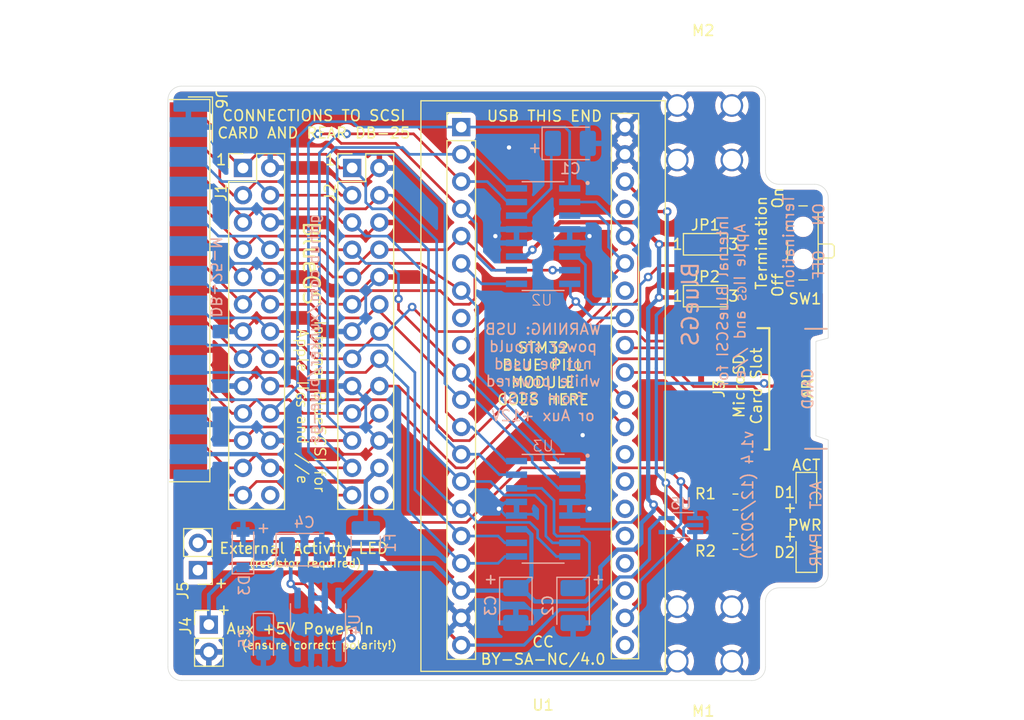
<source format=kicad_pcb>
(kicad_pcb (version 20211014) (generator pcbnew)
  (layers (0 "F.Cu" signal) (31 "B.Cu" signal) (34 "B.Paste" user) (35 "F.Paste" user) (36 "B.SilkS" user "B.Silkscreen") (37 "F.SilkS" user "F.Silkscreen") (38 "B.Mask" user) (39 "F.Mask" user) (44 "Edge.Cuts" user))
  (net 0 "")
  (net 12 "+5V")
  (net 13 "GND")
  (net 14 "/SCSI_DB4")
  (net 15 "/SCSI_DB2")
  (net 16 "/SCSI_DB1")
  (net 17 "/SCSI_DBP")
  (net 18 "/SCSI_SEL")
  (net 19 "/SCSI_ATN")
  (net 20 "/SCSI_C_D")
  (net 21 "/SCSI_DB7")
  (net 22 "/SCSI_DB6")
  (net 23 "/SCSI_DB5")
  (net 24 "/SCSI_DB3")
  (net 25 "/SCSI_DB0")
  (net 26 "/SCSI_BSY")
  (net 27 "/SCSI_ACK")
  (net 28 "/SCSI_RST")
  (net 29 "/SCSI_I_O")
  (net 30 "/SCSI_MSG")
  (net 31 "/SCSI_REQ")
  (net 32 "/SD_MISO")
  (net 33 "/SD_CSK")
  (net 34 "+3V3")
  (net 35 "/SD_MOSI")
  (net 36 "/SD_CS")
  (net 39 "Net-(D2-Pad2)")
  (net 40 "Net-(C1-Pad1)")
  (net 41 "Net-(C2-Pad1)")
  (net 42 "/TERM_DISC")
  (net 43 "Net-(D1-Pad1)")
  (net 44 "/DEBUG_RX")
  (net 45 "/DEBUG_TX")
  (net 46 "/+5V_AUX")
  (net 47 "Net-(C5-Pad1)")
  (net 48 "/TERM_EN")
  (net 49 "/TERM_DIS")
  (net 50 "/DISK_ACT")
  (net 51 "/SCSI_TERMPWR")
  (net 52 "Net-(D1-Pad2)")
  (footprint "my library:YAAJ_BluePill_2" (layer "F.Cu") (at 152.4 50.8)
    (fp_text reference "U1")
    (fp_text value "YAAJ_BluePill" hide)
  )
  (footprint "Button_Switch_SMD:SW_SPDT_PCM12" (layer "F.Cu") (at 183.896 61.595 90)
    (fp_text reference "SW1")
    (fp_text value "SW_SPDT")
  )
  (footprint "Resistor_SMD:R_0805_2012Metric_Pad1.20x1.40mm_HandSolder" (layer "F.Cu") (at 177.927 89.408 180)
    (fp_text reference "R2")
    (fp_text value "1K")
  )
  (footprint "LED_SMD:LED_0805_2012Metric_Pad1.15x1.40mm_HandSolder" (layer "F.Cu") (at 184.531 84.836 -90)
    (fp_text reference "D1")
    (fp_text value "LED")
  )
  (footprint "Jumper:SolderJumper-3_P1.3mm_Open_Pad1.0x1.5mm_NumberLabels" (layer "F.Cu") (at 175.133 66.548)
    (fp_text reference "JP2")
    (fp_text value "Jumper_3_Open")
  )
  (footprint "Jumper:SolderJumper-3_P1.3mm_Open_Pad1.0x1.5mm_NumberLabels" (layer "F.Cu") (at 175.133 61.722)
    (fp_text reference "JP1")
    (fp_text value "Jumper_3_Open")
  )
  (footprint "Resistor_SMD:R_0805_2012Metric_Pad1.20x1.40mm_HandSolder" (layer "F.Cu") (at 177.927 85.725)
    (fp_text reference "R1")
    (fp_text value "100")
  )
  (footprint "Connector_PinHeader_2.54mm:PinHeader_2x13_P2.54mm_Vertical" (layer "F.Cu") (at 132.08 54.61)
    (fp_text reference "J1")
    (fp_text value "Conn_02x13_Odd_Even")
  )
  (footprint "Connector_PinHeader_2.54mm:PinHeader_2x13_P2.54mm_Vertical" (layer "F.Cu") (at 142.24 54.61)
    (fp_text reference "J2")
    (fp_text value "Conn_02x13_Odd_Even")
  )
  (footprint "Connector_PinHeader_2.54mm:PinHeader_1x02_P2.54mm_Vertical" (layer "F.Cu") (at 128.905 97.155)
    (fp_text reference "J4")
    (fp_text value "Conn_01x02_Male")
  )
  (footprint "Connector_PinHeader_2.54mm:PinHeader_1x02_P2.54mm_Vertical" (layer "F.Cu") (at 127.889 92.075 180)
    (fp_text reference "J5")
    (fp_text value "Conn_01x02_Male")
  )
  (footprint "my library:keystone-7774" (layer "F.Cu") (at 180.771 100.561 180)
    (fp_text reference "M1")
    (fp_text value "Screw_Terminal_01x01")
  )
  (footprint "my library:keystone-7774" (layer "F.Cu") (at 180.771 53.871 180)
    (fp_text reference "M2")
    (fp_text value "Screw_Terminal_01x01")
  )
  (footprint "LED_SMD:LED_0805_2012Metric_Pad1.15x1.40mm_HandSolder" (layer "F.Cu") (at 184.531 90.424 90)
    (fp_text reference "D2")
    (fp_text value "LED")
  )
  (footprint "Molex 105162-0001:105162-0001" (layer "F.Cu") (at 174.625 75.184 90)
    (fp_text reference "J3")
    (fp_text value "105162-0001")
  )
  (footprint "Connector_Dsub:DSUB-25_Male_EdgeMount_P2.77mm" (layer "F.Cu") (at 127 66.04 -90)
    (fp_text reference "J6")
    (fp_text value "DB25_Male")
  )
  (footprint "Capacitor_Tantalum_SMD:CP_EIA-3528-21_Kemet-B_Pad1.50x2.35mm_HandSolder" (layer "B.Cu") (at 162.56 52.324)
    (fp_text reference "C1")
    (fp_text value "2.2uF, 6.3v")
  )
  (footprint "my library:SOIC127P600X175-16N" (layer "B.Cu") (at 160.02 86.36 180)
    (fp_text reference "U3")
    (fp_text value "UC560x, UCC56xx")
  )
  (footprint "Capacitor_Tantalum_SMD:CP_EIA-3528-21_Kemet-B_Pad1.50x2.35mm_HandSolder" (layer "B.Cu") (at 157.48 95.377 -90)
    (fp_text reference "C3")
    (fp_text value "4.7uF, 6.3v")
  )
  (footprint "Capacitor_Tantalum_SMD:CP_EIA-3528-21_Kemet-B_Pad1.50x2.35mm_HandSolder" (layer "B.Cu") (at 162.814 95.377 -90)
    (fp_text reference "C2")
    (fp_text value "2.2uF, 6.3v")
  )
  (footprint "my library:SOIC127P600X175-16N" (layer "B.Cu") (at 160.02 60.96 180)
    (fp_text reference "U2")
    (fp_text value "UC560x, UCC56xx")
  )
  (footprint "Fuse:Fuse_1210_3225Metric" (layer "B.Cu") (at 143.51 89.535 90)
    (fp_text reference "F1")
    (fp_text value "Fuse")
  )
  (footprint "Package_TO_SOT_SMD:SOT-353_SC-70-5_Handsoldering" (layer "B.Cu") (at 172.847 87.884 180)
    (fp_text reference "U5")
    (fp_text value "NL17SZ07DFT2G")
  )
  (footprint "Capacitor_Tantalum_SMD:CP_EIA-3528-21_Kemet-B_Pad1.50x2.35mm_HandSolder" (layer "B.Cu") (at 137.795 90.17)
    (fp_text reference "C4")
    (fp_text value "1uF")
  )
  (footprint "Diode_SMD:D_SOD-123" (layer "B.Cu") (at 132.08 90.17 90)
    (fp_text reference "D3")
    (fp_text value "Zener 5.6v")
  )
  (footprint "Capacitor_Tantalum_SMD:CP_EIA-3216-10_Kemet-I" (layer "B.Cu") (at 133.985 98.425 -90)
    (fp_text reference "C5")
    (fp_text value "0.1uF")
  )
  (footprint "Package_SO:SOIC-8_3.9x4.9mm_P1.27mm" (layer "B.Cu") (at 139.065 97.155 90)
    (fp_text reference "U4")
    (fp_text value "UCC3916")
  )
  (gr_line (start 184.404 69.596) (end 186.436 69.596) (layer "B.SilkS") (width 0.15))
  (gr_line (start 184.404 80.772) (end 186.436 80.772) (layer "B.SilkS") (width 0.15))
  (gr_line (start 184.404 80.772) (end 186.436 80.772) (layer "F.SilkS") (width 0.15))
  (gr_line (start 184.404 69.596) (end 186.436 69.596) (layer "F.SilkS") (width 0.15))
  (gr_line (start 186.563 79.9465) (end 186.563 92.456) (layer "Edge.Cuts") (width 0.05))
  (gr_line (start 125.095 101.092) (end 125.095 48.26) (layer "Edge.Cuts") (width 0.05))
  (gr_line (start 181.991 56.134) (end 185.293 56.134) (layer "Edge.Cuts") (width 0.05))
  (gr_line (start 180.721 94.996) (end 180.721 101.092) (layer "Edge.Cuts") (width 0.05))
  (gr_arc (start 185.293 56.134) (mid 186.191026 56.505974) (end 186.563 57.404) (layer "Edge.Cuts") (width 0.05))
  (gr_arc (start 186.563 92.456) (mid 186.191026 93.354026) (end 185.293 93.726) (layer "Edge.Cuts") (width 0.05))
  (gr_arc (start 181.991 56.134) (mid 181.092974 55.762026) (end 180.721 54.864) (layer "Edge.Cuts") (width 0.05))
  (gr_line (start 180.721 48.26) (end 180.721 54.864) (layer "Edge.Cuts") (width 0.05))
  (gr_arc (start 180.721 94.996) (mid 181.092974 94.097974) (end 181.991 93.726) (layer "Edge.Cuts") (width 0.05))
  (gr_line (start 181.991 93.726) (end 185.293 93.726) (layer "Edge.Cuts") (width 0.05))
  (gr_line (start 126.365 46.99) (end 179.451 46.99) (layer "Edge.Cuts") (width 0.05))
  (gr_line (start 179.451 102.362) (end 126.365 102.362) (layer "Edge.Cuts") (width 0.05))
  (gr_arc (start 126.365 102.362) (mid 125.466974 101.990026) (end 125.095 101.092) (layer "Edge.Cuts") (width 0.05))
  (gr_line (start 185.42 70.7644) (end 185.42 79.5655) (layer "Edge.Cuts") (width 0.05))
  (gr_arc (start 180.721 101.092) (mid 180.349026 101.990026) (end 179.451 102.362) (layer "Edge.Cuts") (width 0.05))
  (gr_arc (start 125.095 48.26) (mid 125.466974 47.361974) (end 126.365 46.99) (layer "Edge.Cuts") (width 0.05))
  (gr_line (start 186.563 57.404) (end 186.563 70.4596) (layer "Edge.Cuts") (width 0.05))
  (gr_line (start 185.42 70.7644) (end 186.563 70.4596) (layer "Edge.Cuts") (width 0.05))
  (gr_arc (start 179.451 46.99) (mid 180.349026 47.361974) (end 180.721 48.26) (layer "Edge.Cuts") (width 0.05))
  (gr_line (start 186.563 79.9465) (end 185.42 79.5655) (layer "Edge.Cuts") (width 0.05))
  (gr_text "ACT" (at 185.42 85.09 90) (layer "B.SilkS") (effects (font (size 1 1)) (justify mirror)))
  (gr_text "PWR" (at 185.42 90.17 90) (layer "B.SilkS") (effects (font (size 1 1)) (justify mirror)))
  (gr_text "ON   OFF" (at 185.674 61.468 90) (layer "B.SilkS") (effects (font (size 1 1)) (justify mirror)))
  (gr_text "github.com/xunker/blue-gs" (at 138.684 69.596 90) (layer "B.SilkS") (effects (font (size 1 1)) (justify mirror)))
  (gr_text "Internal BlueSCSI for\nApple II   and //e" (at 177.546 67.056 90) (layer "B.SilkS") (effects (font (size 1 1)) (justify mirror)))
  (gr_text "+" (at 133.985 88.265 -180) (layer "B.SilkS") (effects (font (size 1 1)) (justify mirror)))
  (gr_text "CARD" (at 184.658 75.184 90) (layer "B.SilkS") (effects (font (size 1 1)) (justify mirror)))
  (gr_text "Termination" (at 182.88 61.468 90) (layer "B.SilkS") (effects (font (size 1 1)) (justify mirror)))
  (gr_text "BlueGS" (at 173.736 67.31 90) (layer "B.SilkS") (effects (font (size 1.5 1.5) (thickness 0.2)) (justify mirror)))
  (gr_text "DB-25-M" (at 129.54 64.77 270) (layer "B.SilkS") (effects (font (size 1 1)) (justify mirror)))
  (gr_text "+" (at 159.258 52.705) (layer "B.SilkS") (effects (font (size 1 1)) (justify mirror)))
  (gr_text "+" (at 155.067 92.964 90) (layer "B.SilkS") (effects (font (size 1 1)) (justify mirror)))
  (gr_text "+" (at 165.1 92.964 90) (layer "B.SilkS") (effects (font (size 1 1)) (justify mirror)))
  (gr_text "GS" (at 178.562 66.294 -270) (layer "B.SilkS") (effects (font (size 0.75 0.75) (thickness 0.125)) (justify mirror)))
  (gr_text "WARNING: USB\npower should\nnot be used\nwhile powered\nfrom SCSI\nor Aux +12V" (at 160.02 73.66) (layer "B.SilkS") (effects (font (size 1 1)) (justify mirror)))
  (gr_text "v1.4 (12/2022)" (at 179.07 85.09 90) (layer "B.SilkS") (effects (font (size 1 1)) (justify mirror)))
  (gr_text "Aux +5V Power In" (at 137.414 97.536) (layer "F.SilkS") (effects (font (size 1 1))))
  (gr_text "BlueGS" (at 138.43 63.5 270) (layer "F.SilkS") (effects (font (size 1.5 1.5) (thickness 0.2))))
  (gr_text "+" (at 130.048 93.405 180) (layer "F.SilkS") (effects (font (size 1 1))))
  (gr_text "Internal BlueSCSI for\nApple II   and //e\n" (at 138.43 76.835 270) (layer "F.SilkS") (effects (font (size 1 1) (thickness 0.125))))
  (gr_text "PWR" (at 186.055 87.884) (layer "F.SilkS") (effects (font (size 1 1)) (justify right)))
  (gr_text "External Activity LED" (at 129.794 90.043) (layer "F.SilkS") (effects (font (size 1 1)) (justify left)))
  (gr_text "+" (at 183.007 88.9) (layer "F.SilkS") (effects (font (size 1 1))))
  (gr_text "MicroSD\nCard Slot" (at 179.07 74.93 90) (layer "F.SilkS") (effects (font (size 1 1))))
  (gr_text "CARD" (at 184.658 75.184 90) (layer "F.SilkS") (effects (font (size 1 1))))
  (gr_text "CONNECTIONS TO SCSI\nCARD AND REAR DB-25" (at 138.684 50.546) (layer "F.SilkS") (effects (font (size 1 1))))
  (gr_text "On" (at 181.864 57.404 90) (layer "F.SilkS") (effects (font (size 1 1))))
  (gr_text "Termination" (at 180.34 61.595 90) (layer "F.SilkS") (effects (font (size 1 1))))
  (gr_text "STM32\nBLUE PILL\nMODULE\nGOES HERE" (at 160.02 73.787) (layer "F.SilkS") (effects (font (size 1 1))))
  (gr_text "USB THIS END" (at 160.147 49.784) (layer "F.SilkS") (effects (font (size 1 1))))
  (gr_text "CC\nBY-SA-NC/4.0" (at 160.02 99.568) (layer "F.SilkS") (effects (font (size 1 1))))
  (gr_text "(resistor required)" (at 132.588 91.44) (layer "F.SilkS") (effects (font (size 0.75 0.75) (thickness 0.125)) (justify left)))
  (gr_text "+" (at 130.302 95.885 180) (layer "F.SilkS") (effects (font (size 1 1))))
  (gr_text "+" (at 183.007 86.233) (layer "F.SilkS") (effects (font (size 1 1))))
  (gr_text "1" (at 130.048 53.848) (layer "F.SilkS") (effects (font (size 1 1))))
  (gr_text "GS" (at 137.414 76.2 270) (layer "F.SilkS") (effects (font (size 0.75 0.75) (thickness 0.125))))
  (gr_text "(ensure correct polarity!)" (at 139.192 99.06) (layer "F.SilkS") (effects (font (size 0.75 0.75) (thickness 0.125))))
  (gr_text "ACT" (at 185.928 82.296) (layer "F.SilkS") (effects (font (size 1 1)) (justify right)))
  (gr_text "1" (at 140.208 53.848) (layer "F.SilkS") (effects (font (size 1 1))))
  (gr_text "Off" (at 181.864 65.532 90) (layer "F.SilkS") (effects (font (size 1 1))))
  (segment (start 173.736 89.408) (end 170.307 85.979) (width 0.4) (layer "F.Cu") (net 12))
  (segment (start 159.02532 62.233641) (end 161.58796 59.671001) (width 0.4) (layer "F.Cu") (net 12))
  (segment (start 176.927 89.408) (end 173.736 89.408) (width 0.4) (layer "F.Cu") (net 12))
  (segment (start 161.58796 59.671001) (end 168.764001 59.671001) (width 0.4) (layer "F.Cu") (net 12))
  (segment (start 168.764001 59.671001) (end 170.815 61.722) (width 0.4) (layer "F.Cu") (net 12))
  (segment (start 173.579 66.675) (end 170.814998 66.675) (width 0.4) (layer "F.Cu") (net 12))
  (segment (start 173.833 61.722) (end 170.815 61.722) (width 0.4) (layer "F.Cu") (net 12))
  (segment (start 173.833 66.421) (end 173.579 66.675) (width 0.4) (layer "F.Cu") (net 12))
  (via (at 170.815 61.722) (size 0.8) (drill 0.4) (layers "F.Cu" "B.Cu") (net 12))
  (via (at 170.307 85.979) (size 0.8) (drill 0.4) (layers "F.Cu" "B.Cu") (net 12))
  (via (at 159.02532 62.233641) (size 0.8) (drill 0.4) (layers "F.Cu" "B.Cu") (net 12))
  (via (at 170.814998 66.675) (size 0.8) (drill 0.4) (layers "F.Cu" "B.Cu") (net 12))
  (segment (start 149.86 91.44) (end 152.4 93.98) (width 0.4) (layer "B.Cu") (net 12))
  (segment (start 143.51 92.14) (end 143.51 90.935) (width 0.4) (layer "B.Cu") (net 12))
  (segment (start 143.51 90.805) (end 144.145 90.805) (width 0.4) (layer "B.Cu") (net 12))
  (segment (start 157.545 88.265) (end 158.4265 88.265) (width 0.4) (layer "B.Cu") (net 12))
  (segment (start 157.545 62.865) (end 158.393961 62.865) (width 0.4) (layer "B.Cu") (net 12))
  (segment (start 165.354 93.599) (end 165.354 91.7879) (width 0.4) (layer "B.Cu") (net 12))
  (segment (start 169.164 89.535) (end 169.164 87.687685) (width 0.4) (layer "B.Cu") (net 12))
  (segment (start 157.48 93.752) (end 158.014 93.752) (width 0.4) (layer "B.Cu") (net 12))
  (segment (start 144.78 91.44) (end 149.86 91.44) (width 0.4) (layer "B.Cu") (net 12))
  (segment (start 158.929511 88.768011) (end 158.929511 92.784489) (width 0.4) (layer "B.Cu") (net 12))
  (segment (start 158.929511 92.784489) (end 157.734 93.98) (width 0.4) (layer "B.Cu") (net 12))
  (segment (start 169.799 85.471) (end 170.307 85.979) (width 0.4) (layer "B.Cu") (net 12))
  (segment (start 166.9719 90.17) (end 168.529 90.17) (width 0.4) (layer "B.Cu") (net 12))
  (segment (start 157.734 93.98) (end 152.4 93.98) (width 0.4) (layer "B.Cu") (net 12))
  (segment (start 158.393961 62.865) (end 159.02532 62.233641) (width 0.4) (layer "B.Cu") (net 12))
  (segment (start 158.014 93.752) (end 159.258 94.996) (width 0.4) (layer "B.Cu") (net 12))
  (segment (start 163.957 94.996) (end 165.354 93.599) (width 0.4) (layer "B.Cu") (net 12))
  (segment (start 165.354 91.7879) (end 166.9719 90.17) (width 0.4) (layer "B.Cu") (net 12))
  (segment (start 170.814998 61.722002) (end 170.815 61.722) (width 0.4) (layer "B.Cu") (net 12))
  (segment (start 140.97 94.68) (end 143.51 92.14) (width 0.4) (layer "B.Cu") (net 12))
  (segment (start 159.258 94.996) (end 163.957 94.996) (width 0.4) (layer "B.Cu") (net 12))
  (segment (start 144.145 90.805) (end 144.78 91.44) (width 0.4) (layer "B.Cu") (net 12))
  (segment (start 169.164 87.687685) (end 170.307 86.544685) (width 0.4) (layer "B.Cu") (net 12))
  (segment (start 158.4265 88.265) (end 158.929511 88.768011) (width 0.4) (layer "B.Cu") (net 12))
  (segment (start 170.307 86.544685) (end 170.307 85.979) (width 0.4) (layer "B.Cu") (net 12))
  (segment (start 169.799 67.690998) (end 169.799 85.471) (width 0.4) (layer "B.Cu") (net 12))
  (segment (start 170.814998 66.675) (end 170.814998 61.722002) (width 0.4) (layer "B.Cu") (net 12))
  (segment (start 170.814998 66.675) (end 169.799 67.690998) (width 0.4) (layer "B.Cu") (net 12))
  (segment (start 168.529 90.17) (end 169.164 89.535) (width 0.4) (layer "B.Cu") (net 12))
  (segment (start 134.62 64.77) (end 138.938 64.77) (width 0.25) (layer "F.Cu") (net 13))
  (segment (start 143.002 66.04) (end 144.272 64.77) (width 0.25) (layer "F.Cu") (net 13))
  (segment (start 138.938 64.77) (end 140.208 66.04) (width 0.25) (layer "F.Cu") (net 13))
  (segment (start 140.208 66.04) (end 143.002 66.04) (width 0.25) (layer "F.Cu") (net 13))
  (segment (start 144.272 64.77) (end 144.78 64.77) (width 0.25) (layer "F.Cu") (net 13))
  (segment (start 134.62 54.61) (end 139.954 54.61) (width 0.25) (layer "F.Cu") (net 13))
  (segment (start 139.954 54.61) (end 141.224 55.88) (width 0.25) (layer "F.Cu") (net 13))
  (segment (start 141.224 55.88) (end 143.51 55.88) (width 0.25) (layer "F.Cu") (net 13))
  (segment (start 143.51 55.88) (end 144.78 54.61) (width 0.25) (layer "F.Cu") (net 13))
  (segment (start 132.08 69.85) (end 133.35 68.58) (width 0.25) (layer "F.Cu") (net 13))
  (segment (start 138.176 68.58) (end 139.446 69.85) (width 0.25) (layer "F.Cu") (net 13))
  (segment (start 133.35 68.58) (end 138.176 68.58) (width 0.25) (layer "F.Cu") (net 13))
  (segment (start 139.446 69.85) (end 142.24 69.85) (width 0.25) (layer "F.Cu") (net 13))
  (segment (start 142.24 74.93) (end 138.176 74.93) (width 0.25) (layer "F.Cu") (net 13))
  (segment (start 138.176 74.93) (end 136.906 73.66) (width 0.25) (layer "F.Cu") (net 13))
  (segment (start 136.906 73.66) (end 133.35 73.66) (width 0.25) (layer "F.Cu") (net 13))
  (segment (start 133.35 73.66) (end 132.08 74.93) (width 0.25) (layer "F.Cu") (net 13))
  (segment (start 134.62 80.01) (end 135.636 80.01) (width 0.25) (layer "F.Cu") (net 13))
  (segment (start 135.636 80.01) (end 136.906 81.28) (width 0.25) (layer "F.Cu") (net 13))
  (segment (start 136.906 81.28) (end 143.51 81.28) (width 0.25) (layer "F.Cu") (net 13))
  (segment (start 143.51 81.28) (end 144.78 80.01) (width 0.25) (layer "F.Cu") (net 13))
  (segment (start 134.62 59.69) (end 139.954 59.69) (width 0.25) (layer "F.Cu") (net 13))
  (segment (start 141.224 60.96) (end 143.51 60.96) (width 0.25) (layer "F.Cu") (net 13))
  (segment (start 139.954 59.69) (end 141.224 60.96) (width 0.25) (layer "F.Cu") (net 13))
  (segment (start 143.51 60.96) (end 144.78 59.69) (width 0.25) (layer "F.Cu") (net 13))
  (segment (start 131.445 69.85) (end 130.175 68.58) (width 0.25) (layer "F.Cu") (net 13))
  (segment (start 130.175 68.58) (end 130.175 67.31) (width 0.25) (layer "F.Cu") (net 13))
  (segment (start 130.175 67.31) (end 128.905 66.04) (width 0.25) (layer "F.Cu") (net 13))
  (segment (start 132.08 69.85) (end 131.445 69.85) (width 0.25) (layer "F.Cu") (net 13))
  (segment (start 128.905 66.04) (end 127 66.04) (width 0.25) (layer "F.Cu") (net 13))
  (via (at 164.338 86.36) (size 0.8) (drill 0.4) (layers "F.Cu" "B.Cu") (net 13))
  (via (at 156.845 52.705) (size 0.8) (drill 0.4) (layers "F.Cu" "B.Cu") (net 13))
  (via (at 164.338 60.96) (size 0.8) (drill 0.4) (layers "F.Cu" "B.Cu") (net 13))
  (via (at 155.575 60.96) (size 0.8) (drill 0.4) (layers "F.Cu" "B.Cu") (net 13))
  (via (at 155.9052 86.36) (size 0.8) (drill 0.4) (layers "F.Cu" "B.Cu") (net 13))
  (via (at 163.703 79.502) (size 0.8) (drill 0.4) (layers "F.Cu" "B.Cu") (net 13))
  (segment (start 142.24 74.93) (end 143.51 76.2) (width 0.25) (layer "B.Cu") (net 13))
  (segment (start 143.51 76.2) (end 143.51 78.74) (width 0.25) (layer "B.Cu") (net 13))
  (segment (start 143.51 78.74) (end 144.78 80.01) (width 0.25) (layer "B.Cu") (net 13))
  (segment (start 144.78 64.77) (end 143.51 66.04) (width 0.25) (layer "B.Cu") (net 13))
  (segment (start 143.51 66.04) (end 143.51 68.58) (width 0.25) (layer "B.Cu") (net 13))
  (segment (start 134.62 80.01) (end 133.35 78.74) (width 0.25) (layer "B.Cu") (net 13))
  (segment (start 143.51 68.58) (end 143.4465 68.6435) (width 0.25) (layer "B.Cu") (net 13))
  (segment (start 157.545 60.325) (end 162.495 60.325) (width 0.25) (layer "B.Cu") (net 13))
  (segment (start 130.175 78.74) (end 129.94 78.505) (width 0.25) (layer "B.Cu") (net 13))
  (segment (start 129.54 62.23) (end 127.345 62.23) (width 0.25) (layer "B.Cu") (net 13))
  (segment (start 157.545 86.995) (end 156.5402 86.995) (width 0.25) (layer "B.Cu") (net 13))
  (segment (start 127.345 62.23) (end 127 61.885) (width 0.25) (layer "B.Cu") (net 13))
  (segment (start 157.545 85.725) (end 156.5402 85.725) (width 0.25) (layer "B.Cu") (net 13))
  (segment (start 130.175 58.42) (end 130.175 57.15) (width 0.25) (layer "B.Cu") (net 13))
  (segment (start 134.62 59.69) (end 133.35 58.42) (width 0.25) (layer "B.Cu") (net 13))
  (segment (start 143.4465 68.6435) (end 142.24 69.85) (width 0.25) (layer "B.Cu") (net 13))
  (segment (start 156.5402 86.995) (end 155.9052 86.36) (width 0.25) (layer "B.Cu") (net 13))
  (segment (start 133.35 78.74) (end 130.175 78.74) (width 0.25) (layer "B.Cu") (net 13))
  (segment (start 134.62 64.77) (end 133.35 63.5) (width 0.25) (layer "B.Cu") (net 13))
  (segment (start 130.175 57.15) (end 129.37 56.345) (width 0.25) (layer "B.Cu") (net 13))
  (segment (start 157.545 85.725) (end 157.545 86.995) (width 0.25) (layer "B.Cu") (net 13))
  (segment (start 129.37 56.345) (end 127 56.345) (width 0.25) (layer "B.Cu") (net 13))
  (segment (start 130.81 63.5) (end 129.54 62.23) (width 0.25) (layer "B.Cu") (net 13))
  (segment (start 174.197 93.745) (end 172.461 95.481) (width 0.25) (layer "B.Cu") (net 13))
  (segment (start 133.35 63.5) (end 130.81 63.5) (width 0.25) (layer "B.Cu") (net 13))
  (segment (start 129.94 78.505) (end 127 78.505) (width 0.25) (layer "B.Cu") (net 13))
  (segment (start 156.5402 85.725) (end 155.9052 86.36) (width 0.25) (layer "B.Cu") (net 13))
  (segment (start 133.35 58.42) (end 130.175 58.42) (width 0.25) (layer "B.Cu") (net 13))
  (segment (start 174.197 88.58) (end 174.197 93.745) (width 0.25) (layer "B.Cu") (net 13))
  (segment (start 134.62 77.47) (end 136.144 77.47) (width 0.25) (layer "F.Cu") (net 14))
  (segment (start 136.144 77.47) (end 137.414 78.74) (width 0.25) (layer "F.Cu") (net 14))
  (segment (start 137.414 78.74) (end 143.51 78.74) (width 0.25) (layer "F.Cu") (net 14))
  (segment (start 143.51 78.74) (end 144.78 77.47) (width 0.25) (layer "F.Cu") (net 14))
  (segment (start 142.77975 50.8) (end 152.4 50.8) (width 0.25) (layer "B.Cu") (net 14))
  (segment (start 127.465 76.2) (end 133.35 76.2) (width 0.25) (layer "B.Cu") (net 14))
  (segment (start 134.62 77.47) (end 137.16 74.93) (width 0.25) (layer "B.Cu") (net 14))
  (segment (start 152.4 50.8) (end 162.052 50.8) (width 0.25) (layer "B.Cu") (net 14))
  (segment (start 138.626998 50.292) (end 142.27175 50.292) (width 0.25) (layer "B.Cu") (net 14))
  (segment (start 162.495 51.243) (end 162.495 56.515) (width 0.25) (layer "B.Cu") (net 14))
  (segment (start 137.16 74.93) (end 137.16 51.758998) (width 0.25) (layer "B.Cu") (net 14))
  (segment (start 127 75.735) (end 127.465 76.2) (width 0.25) (layer "B.Cu") (net 14))
  (segment (start 162.052 50.8) (end 162.495 51.243) (width 0.25) (layer "B.Cu") (net 14))
  (segment (start 133.35 76.2) (end 134.62 77.47) (width 0.25) (layer "B.Cu") (net 14))
  (segment (start 137.16 51.758998) (end 138.626998 50.292) (width 0.25) (layer "B.Cu") (net 14))
  (segment (start 142.27175 50.292) (end 142.77975 50.8) (width 0.25) (layer "B.Cu") (net 14))
  (segment (start 136.62025 74.93) (end 137.89025 76.2) (width 0.25) (layer "F.Cu") (net 15))
  (segment (start 144.272 74.93) (end 144.78 74.93) (width 0.25) (layer "F.Cu") (net 15))
  (segment (start 137.89025 76.2) (end 143.002 76.2) (width 0.25) (layer "F.Cu") (net 15))
  (segment (start 134.62 74.93) (end 136.62025 74.93) (width 0.25) (layer "F.Cu") (net 15))
  (segment (start 143.002 76.2) (end 144.272 74.93) (width 0.25) (layer "F.Cu") (net 15))
  (segment (start 166.116 67.056) (end 166.116 65.024) (width 0.25) (layer "F.Cu") (net 15))
  (segment (start 151.638 80.01) (end 153.162 80.01) (width 0.25) (layer "F.Cu") (net 15))
  (segment (start 144.78 74.93) (end 146.558 74.93) (width 0.25) (layer "F.Cu") (net 15))
  (segment (start 166.116 65.024) (end 167.64 63.5) (width 0.25) (layer "F.Cu") (net 15))
  (segment (start 146.558 74.93) (end 151.638 80.01) (width 0.25) (layer "F.Cu") (net 15))
  (segment (start 153.162 80.01) (end 166.116 67.056) (width 0.25) (layer "F.Cu") (net 15))
  (segment (start 166.116 59.944) (end 166.116 61.976) (width 0.25) (layer "B.Cu") (net 15))
  (segment (start 127 72.965) (end 127.695 73.66) (width 0.25) (layer "B.Cu") (net 15))
  (segment (start 162.495 59.055) (end 165.227 59.055) (width 0.25) (layer "B.Cu") (net 15))
  (segment (start 133.35 73.66) (end 134.62 74.93) (width 0.25) (layer "B.Cu") (net 15))
  (segment (start 165.227 59.055) (end 166.116 59.944) (width 0.25) (layer "B.Cu") (net 15))
  (segment (start 166.116 61.976) (end 167.64 63.5) (width 0.25) (layer "B.Cu") (net 15))
  (segment (start 127.695 73.66) (end 133.35 73.66) (width 0.25) (layer "B.Cu") (net 15))
  (segment (start 137.16 72.39) (end 138.43 73.66) (width 0.25) (layer "F.Cu") (net 16))
  (segment (start 138.43 73.66) (end 143.51 73.66) (width 0.25) (layer "F.Cu") (net 16))
  (segment (start 134.62 72.39) (end 137.16 72.39) (width 0.25) (layer "F.Cu") (net 16))
  (segment (start 143.51 73.66) (end 144.78 72.39) (width 0.25) (layer "F.Cu") (net 16))
  (segment (start 144.78 72.39) (end 147.447 75.057) (width 0.25) (layer "B.Cu") (net 16))
  (segment (start 156.464 90.805) (end 157.545 90.805) (width 0.25) (layer "B.Cu") (net 16))
  (segment (start 147.447 86.487) (end 152.4 91.44) (width 0.25) (layer "B.Cu") (net 16))
  (segment (start 152.4 91.44) (end 155.829 91.44) (width 0.25) (layer "B.Cu") (net 16))
  (segment (start 128.778 71.12) (end 133.35 71.12) (width 0.25) (layer "B.Cu") (net 16))
  (segment (start 147.447 75.057) (end 147.447 86.487) (width 0.25) (layer "B.Cu") (net 16))
  (segment (start 133.35 71.12) (end 134.62 72.39) (width 0.25) (layer "B.Cu") (net 16))
  (segment (start 127 70.195) (end 127.853 70.195) (width 0.25) (layer "B.Cu") (net 16))
  (segment (start 127.853 70.195) (end 128.778 71.12) (width 0.25) (layer "B.Cu") (net 16))
  (segment (start 155.829 91.44) (end 156.464 90.805) (width 0.25) (layer "B.Cu") (net 16))
  (segment (start 143.51 71.12) (end 144.78 69.85) (width 0.25) (layer "F.Cu") (net 17))
  (segment (start 134.62 69.85) (end 137.922 69.85) (width 0.25) (layer "F.Cu") (net 17))
  (segment (start 137.922 69.85) (end 139.192 71.12) (width 0.25) (layer "F.Cu") (net 17))
  (segment (start 139.192 71.12) (end 143.51 71.12) (width 0.25) (layer "F.Cu") (net 17))
  (segment (start 155.448 67.818) (end 153.416 69.85) (width 0.25) (layer "F.Cu") (net 17))
  (segment (start 153.416 69.85) (end 150.114 69.85) (width 0.25) (layer "F.Cu") (net 17))
  (segment (start 162.306 67.818) (end 155.448 67.818) (width 0.25) (layer "F.Cu") (net 17))
  (segment (start 150.114 69.85) (end 147.828 67.564) (width 0.25) (layer "F.Cu") (net 17))
  (segment (start 163.068 67.056) (end 162.306 67.818) (width 0.25) (layer "F.Cu") (net 17))
  (via (at 163.068 67.056) (size 0.8) (drill 0.4) (layers "F.Cu" "B.Cu") (net 17))
  (via (at 147.828 67.564) (size 0.8) (drill 0.4) (layers "F.Cu" "B.Cu") (net 17))
  (segment (start 129.038 68.58) (end 133.35 68.58) (width 0.25) (layer "B.Cu") (net 17))
  (segment (start 147.828 67.564) (end 145.542 69.85) (width 0.25) (layer "B.Cu") (net 17))
  (segment (start 127.883 67.425) (end 129.038 68.58) (width 0.25) (layer "B.Cu") (net 17))
  (segment (start 163.068 67.056) (end 164.592 68.58) (width 0.25) (layer "B.Cu") (net 17))
  (segment (start 145.542 69.85) (end 144.78 69.85) (width 0.25) (layer "B.Cu") (net 17))
  (segment (start 163.068 67.056) (end 162.56 66.548) (width 0.25) (layer "B.Cu") (net 17))
  (segment (start 127 67.425) (end 127.883 67.425) (width 0.25) (layer "B.Cu") (net 17))
  (segment (start 133.35 68.58) (end 134.62 69.85) (width 0.25) (layer "B.Cu") (net 17))
  (segment (start 164.592 68.58) (end 167.64 68.58) (width 0.25) (layer "B.Cu") (net 17))
  (segment (start 162.56 66.548) (end 162.56 65.532) (width 0.25) (layer "B.Cu") (net 17))
  (segment (start 134.62 67.31) (end 138.43 67.31) (width 0.25) (layer "F.Cu") (net 18))
  (segment (start 138.43 67.31) (end 139.7 68.58) (width 0.25) (layer "F.Cu") (net 18))
  (segment (start 139.7 68.58) (end 143.51 68.58) (width 0.25) (layer "F.Cu") (net 18))
  (segment (start 143.51 68.58) (end 144.78 67.31) (width 0.25) (layer "F.Cu") (net 18))
  (segment (start 151.003 74.168) (end 151.003 77.343) (width 0.25) (layer "F.Cu") (net 18))
  (segment (start 144.78 67.31) (end 144.78 67.945) (width 0.25) (layer "F.Cu") (net 18))
  (segment (start 151.003 77.343) (end 152.4 78.74) (width 0.25) (layer "F.Cu") (net 18))
  (segment (start 144.78 67.945) (end 151.003 74.168) (width 0.25) (layer "F.Cu") (net 18))
  (segment (start 153.385 78.74) (end 156.56 81.915) (width 0.25) (layer "B.Cu") (net 18))
  (segment (start 156.56 81.915) (end 157.545 81.915) (width 0.25) (layer "B.Cu") (net 18))
  (segment (start 127.901 64.655) (end 129.286 66.04) (width 0.25) (layer "B.Cu") (net 18))
  (segment (start 133.35 66.04) (end 134.62 67.31) (width 0.25) (layer "B.Cu") (net 18))
  (segment (start 129.286 66.04) (end 133.35 66.04) (width 0.25) (layer "B.Cu") (net 18))
  (segment (start 152.4 78.74) (end 153.385 78.74) (width 0.25) (layer "B.Cu") (net 18))
  (segment (start 127 64.655) (end 127.901 64.655) (width 0.25) (layer "B.Cu") (net 18))
  (segment (start 144.14359 62.23) (end 144.78 62.23) (width 0.25) (layer "F.Cu") (net 19))
  (segment (start 140.716 63.5) (end 142.87359 63.5) (width 0.25) (layer "F.Cu") (net 19))
  (segment (start 134.62 62.23) (end 139.446 62.23) (width 0.25) (layer "F.Cu") (net 19))
  (segment (start 139.446 62.23) (end 140.716 63.5) (width 0.25) (layer "F.Cu") (net 19))
  (segment (start 142.87359 63.5) (end 144.14359 62.23) (width 0.25) (layer "F.Cu") (net 19))
  (segment (start 144.78 62.23) (end 151.13 62.23) (width 0.25) (layer "F.Cu") (net 19))
  (segment (start 152.4 60.96) (end 155.575 64.135) (width 0.25) (layer "F.Cu") (net 19))
  (segment (start 155.575 64.135) (end 160.909 64.135) (width 0.25) (layer "F.Cu") (net 19))
  (segment (start 151.13 62.23) (end 152.4 60.96) (width 0.25) (layer "F.Cu") (net 19))
  (via (at 160.909 64.135) (size 0.8) (drill 0.4) (layers "F.Cu" "B.Cu") (net 19))
  (segment (start 162.495 64.135) (end 160.909 64.135) (width 0.25) (layer "B.Cu") (net 19))
  (segment (start 133.35 60.96) (end 134.62 62.23) (width 0.25) (layer "B.Cu") (net 19))
  (segment (start 127 59.115) (end 127.949 59.115) (width 0.25) (layer "B.Cu") (net 19))
  (segment (start 127.949 59.115) (end 129.794 60.96) (width 0.25) (layer "B.Cu") (net 19))
  (segment (start 129.794 60.96) (end 133.35 60.96) (width 0.25) (layer "B.Cu") (net 19))
  (segment (start 134.62 57.15) (end 139.954 57.15) (width 0.25) (layer "F.Cu") (net 20))
  (segment (start 139.954 57.15) (end 141.224 58.42) (width 0.25) (layer "F.Cu") (net 20))
  (segment (start 141.224 58.42) (end 143.51 58.42) (width 0.25) (layer "F.Cu") (net 20))
  (segment (start 143.51 58.42) (end 144.78 57.15) (width 0.25) (layer "F.Cu") (net 20))
  (segment (start 133.35 55.88) (end 134.62 57.15) (width 0.25) (layer "B.Cu") (net 20))
  (segment (start 145.923 57.15) (end 150.114 61.341) (width 0.25) (layer "B.Cu") (net 20))
  (segment (start 154.051 81.28) (end 155.956 83.185) (width 0.25) (layer "B.Cu") (net 20))
  (segment (start 127.816666 53.575) (end 130.121666 55.88) (width 0.25) (layer "B.Cu") (net 20))
  (segment (start 155.956 83.185) (end 157.545 83.185) (width 0.25) (layer "B.Cu") (net 20))
  (segment (start 130.121666 55.88) (end 133.35 55.88) (width 0.25) (layer "B.Cu") (net 20))
  (segment (start 144.78 57.15) (end 145.923 57.15) (width 0.25) (layer "B.Cu") (net 20))
  (segment (start 150.114 61.341) (end 150.114 78.994) (width 0.25) (layer "B.Cu") (net 20))
  (segment (start 152.4 81.28) (end 154.051 81.28) (width 0.25) (layer "B.Cu") (net 20))
  (segment (start 127 53.575) (end 127.816666 53.575) (width 0.25) (layer "B.Cu") (net 20))
  (segment (start 150.114 78.994) (end 152.4 81.28) (width 0.25) (layer "B.Cu") (net 20))
  (segment (start 136.525 85.09) (end 142.24 85.09) (width 0.25) (layer "F.Cu") (net 21))
  (segment (start 132.08 85.09) (end 133.35 83.82) (width 0.25) (layer "F.Cu") (net 21))
  (segment (start 146.304 52.324) (end 152.4 58.42) (width 0.25) (layer "F.Cu") (net 21))
  (segment (start 140.335 51.435) (end 141.224 52.324) (width 0.25) (layer "F.Cu") (net 21))
  (segment (start 130.175 85.09) (end 132.08 85.09) (width 0.25) (layer "F.Cu") (net 21))
  (segment (start 135.255 83.82) (end 136.525 85.09) (width 0.25) (layer "F.Cu") (net 21))
  (segment (start 127 82.66) (end 127.745 82.66) (width 0.25) (layer "F.Cu") (net 21))
  (segment (start 133.35 83.82) (end 135.255 83.82) (width 0.25) (layer "F.Cu") (net 21))
  (segment (start 141.224 52.324) (end 146.304 52.324) (width 0.25) (layer "F.Cu") (net 21))
  (segment (start 139.065 51.435) (end 140.335 51.435) (width 0.25) (layer "F.Cu") (net 21))
  (segment (start 127.745 82.66) (end 130.175 85.09) (width 0.25) (layer "F.Cu") (net 21))
  (via (at 139.065 51.435) (size 0.8) (drill 0.4) (layers "F.Cu" "B.Cu") (net 21))
  (segment (start 138.176 81.026) (end 142.24 85.09) (width 0.25) (layer "B.Cu") (net 21))
  (segment (start 152.4 58.42) (end 153.797 59.817) (width 0.25) (layer "B.Cu") (net 21))
  (segment (start 155.2067 64.135) (end 157.545 64.135) (width 0.25) (layer "B.Cu") (net 21))
  (segment (start 138.176 52.324) (end 138.176 81.026) (width 0.25) (layer "B.Cu") (net 21))
  (segment (start 139.065 51.435) (end 138.176 52.324) (width 0.25) (layer "B.Cu") (net 21))
  (segment (start 153.797 59.817) (end 153.797 62.7253) (width 0.25) (layer "B.Cu") (net 21))
  (segment (start 153.797 62.7253) (end 155.2067 64.135) (width 0.25) (layer "B.Cu") (net 21))
  (segment (start 133.35 81.28) (end 135.763 81.28) (width 0.25) (layer "F.Cu") (net 22))
  (segment (start 130.556 82.55) (end 132.08 82.55) (width 0.25) (layer "F.Cu") (net 22))
  (segment (start 127 79.89) (end 127.896 79.89) (width 0.25) (layer "F.Cu") (net 22))
  (segment (start 132.08 82.55) (end 133.35 81.28) (width 0.25) (layer "F.Cu") (net 22))
  (segment (start 141.732 51.435) (end 147.955 51.435) (width 0.25) (layer "F.Cu") (net 22))
  (segment (start 137.033 82.55) (end 142.24 82.55) (width 0.25) (layer "F.Cu") (net 22))
  (segment (start 135.763 81.28) (end 137.033 82.55) (width 0.25) (layer "F.Cu") (net 22))
  (segment (start 127.896 79.89) (end 130.556 82.55) (width 0.25) (layer "F.Cu") (net 22))
  (segment (start 147.955 51.435) (end 152.4 55.88) (width 0.25) (layer "F.Cu") (net 22))
  (via (at 141.732 51.435) (size 0.8) (drill 0.4) (layers "F.Cu" "B.Cu") (net 22))
  (segment (start 141.732 51.435) (end 140.97 51.435) (width 0.25) (layer "B.Cu") (net 22))
  (segment (start 139.192 79.502) (end 142.24 82.55) (width 0.25) (layer "B.Cu") (net 22))
  (segment (start 154.813 55.88) (end 156.718 57.785) (width 0.25) (layer "B.Cu") (net 22))
  (segment (start 152.4 55.88) (end 154.813 55.88) (width 0.25) (layer "B.Cu") (net 22))
  (segment (start 140.97 51.435) (end 139.192 53.213) (width 0.25) (layer "B.Cu") (net 22))
  (segment (start 139.192 53.213) (end 139.192 79.502) (width 0.25) (layer "B.Cu") (net 22))
  (segment (start 156.718 57.785) (end 157.545 57.785) (width 0.25) (layer "B.Cu") (net 22))
  (segment (start 132.08 80.01) (end 133.35 78.74) (width 0.25) (layer "F.Cu") (net 23))
  (segment (start 133.35 78.74) (end 135.89 78.74) (width 0.25) (layer "F.Cu") (net 23))
  (segment (start 137.16 80.01) (end 142.24 80.01) (width 0.25) (layer "F.Cu") (net 23))
  (segment (start 135.89 78.74) (end 137.16 80.01) (width 0.25) (layer "F.Cu") (net 23))
  (segment (start 127 77.12) (end 127.92 77.12) (width 0.25) (layer "F.Cu") (net 23))
  (segment (start 127.92 77.12) (end 130.81 80.01) (width 0.25) (layer "F.Cu") (net 23))
  (segment (start 130.81 80.01) (end 132.08 80.01) (width 0.25) (layer "F.Cu") (net 23))
  (segment (start 139.954 53.467) (end 140.716 52.705) (width 0.25) (layer "B.Cu") (net 23))
  (segment (start 140.716 52.705) (end 146.939 52.705) (width 0.25) (layer "B.Cu") (net 23))
  (segment (start 139.954 77.724) (end 139.954 53.467) (width 0.25) (layer "B.Cu") (net 23))
  (segment (start 142.24 80.01) (end 139.954 77.724) (width 0.25) (layer "B.Cu") (net 23))
  (segment (start 156.718 56.515) (end 157.545 56.515) (width 0.25) (layer "B.Cu") (net 23))
  (segment (start 146.939 52.705) (end 147.574 53.34) (width 0.25) (layer "B.Cu") (net 23))
  (segment (start 153.543 53.34) (end 156.718 56.515) (width 0.25) (layer "B.Cu") (net 23))
  (segment (start 152.4 53.34) (end 153.543 53.34) (width 0.25) (layer "B.Cu") (net 23))
  (segment (start 147.574 53.34) (end 152.4 53.34) (width 0.25) (layer "B.Cu") (net 23))
  (segment (start 132.08 77.47) (end 133.35 76.2) (width 0.25) (layer "F.Cu") (net 24))
  (segment (start 136.398 76.2) (end 137.668 77.47) (width 0.25) (layer "F.Cu") (net 24))
  (segment (start 133.35 76.2) (end 136.398 76.2) (width 0.25) (layer "F.Cu") (net 24))
  (segment (start 137.668 77.47) (end 142.24 77.47) (width 0.25) (layer "F.Cu") (net 24))
  (segment (start 132.08 77.47) (end 131.064 77.47) (width 0.25) (layer "F.Cu") (net 24))
  (segment (start 142.24 77.47) (end 142.767499 77.47) (width 0.25) (layer "F.Cu") (net 24))
  (segment (start 168.91 62.23) (end 167.64 60.96) (width 0.25) (layer "F.Cu") (net 24))
  (segment (start 168.91 66.802) (end 168.91 62.23) (width 0.25) (layer "F.Cu") (net 24))
  (segment (start 144.037499 76.2) (end 145.542 76.2) (width 0.25) (layer "F.Cu") (net 24))
  (segment (start 152.908 82.55) (end 164.592 70.866) (width 0.25) (layer "F.Cu") (net 24))
  (segment (start 164.592 69.699) (end 166.981 67.31) (width 0.25) (layer "F.Cu") (net 24))
  (segment (start 142.767499 77.47) (end 144.037499 76.2) (width 0.25) (layer "F.Cu") (net 24))
  (segment (start 164.592 70.866) (end 164.592 69.699) (width 0.25) (layer "F.Cu") (net 24))
  (segment (start 151.892 82.55) (end 152.908 82.55) (width 0.25) (layer "F.Cu") (net 24))
  (segment (start 168.402 67.31) (end 168.91 66.802) (width 0.25) (layer "F.Cu") (net 24))
  (segment (start 166.981 67.31) (end 168.402 67.31) (width 0.25) (layer "F.Cu") (net 24))
  (segment (start 131.064 77.47) (end 127.944 74.35) (width 0.25) (layer "F.Cu") (net 24))
  (segment (start 127.944 74.35) (end 127 74.35) (width 0.25) (layer "F.Cu") (net 24))
  (segment (start 145.542 76.2) (end 151.892 82.55) (width 0.25) (layer "F.Cu") (net 24))
  (segment (start 167.64 60.452) (end 167.64 60.96) (width 0.25) (layer "B.Cu") (net 24))
  (segment (start 164.973 57.785) (end 167.64 60.452) (width 0.25) (layer "B.Cu") (net 24))
  (segment (start 162.495 57.785) (end 164.973 57.785) (width 0.25) (layer "B.Cu") (net 24))
  (segment (start 132.08 72.39) (end 133.35 71.12) (width 0.25) (layer "F.Cu") (net 25))
  (segment (start 133.35 71.12) (end 137.58792 71.12) (width 0.25) (layer "F.Cu") (net 25))
  (segment (start 137.58792 71.12) (end 138.85792 72.39) (width 0.25) (layer "F.Cu") (net 25))
  (segment (start 138.85792 72.39) (end 142.24 72.39) (width 0.25) (layer "F.Cu") (net 25))
  (segment (start 128.5 68.81) (end 127 68.81) (width 0.25) (layer "F.Cu") (net 25))
  (segment (start 132.08 72.39) (end 128.5 68.81) (width 0.25) (layer "F.Cu") (net 25))
  (segment (start 155.829 88.9) (end 156.464 89.535) (width 0.25) (layer "B.Cu") (net 25))
  (segment (start 148.082 73.66) (end 148.082 84.582) (width 0.25) (layer "B.Cu") (net 25))
  (segment (start 143.51 71.12) (end 145.542 71.12) (width 0.25) (layer "B.Cu") (net 25))
  (segment (start 145.542 71.12) (end 148.082 73.66) (width 0.25) (layer "B.Cu") (net 25))
  (segment (start 148.082 84.582) (end 152.4 88.9) (width 0.25) (layer "B.Cu") (net 25))
  (segment (start 156.464 89.535) (end 157.545 89.535) (width 0.25) (layer "B.Cu") (net 25))
  (segment (start 142.24 72.39) (end 143.51 71.12) (width 0.25) (layer "B.Cu") (net 25))
  (segment (start 152.4 88.9) (end 155.829 88.9) (width 0.25) (layer "B.Cu") (net 25))
  (segment (start 132.08 67.31) (end 133.35 66.04) (width 0.25) (layer "F.Cu") (net 26))
  (segment (start 133.35 66.04) (end 138.684 66.04) (width 0.25) (layer "F.Cu") (net 26))
  (segment (start 139.954 67.31) (end 142.24 67.31) (width 0.25) (layer "F.Cu") (net 26))
  (segment (start 138.684 66.04) (end 139.954 67.31) (width 0.25) (layer "F.Cu") (net 26))
  (segment (start 151.7015 67.31) (end 153.142501 67.31) (width 0.25) (layer "F.Cu") (net 26))
  (segment (start 142.757749 67.31) (end 144.027749 66.04) (width 0.25) (layer "F.Cu") (net 26))
  (segment (start 153.67 66.782501) (end 153.67 64.77) (width 0.25) (layer "F.Cu") (net 26))
  (segment (start 142.24 67.31) (end 142.757749 67.31) (width 0.25) (layer "F.Cu") (net 26))
  (segment (start 128.04 63.27) (end 132.08 67.31) (width 0.25) (layer "F.Cu") (net 26))
  (segment (start 144.027749 66.04) (end 150.4315 66.04) (width 0.25) (layer "F.Cu") (net 26))
  (segment (start 153.67 64.77) (end 152.4 63.5) (width 0.25) (layer "F.Cu") (net 26))
  (segment (start 127 63.27) (end 128.04 63.27) (width 0.25) (layer "F.Cu") (net 26))
  (segment (start 150.4315 66.04) (end 151.7015 67.31) (width 0.25) (layer "F.Cu") (net 26))
  (segment (start 153.142501 67.31) (end 153.67 66.782501) (width 0.25) (layer "F.Cu") (net 26))
  (segment (start 154.305 65.405) (end 152.4 63.5) (width 0.25) (layer "B.Cu") (net 26))
  (segment (start 157.545 65.405) (end 154.305 65.405) (width 0.25) (layer "B.Cu") (net 26))
  (segment (start 132.08 64.77) (end 133.35 63.5) (width 0.25) (layer "F.Cu") (net 27))
  (segment (start 133.35 63.5) (end 139.192 63.5) (width 0.25) (layer "F.Cu") (net 27))
  (segment (start 140.462 64.77) (end 142.24 64.77) (width 0.25) (layer "F.Cu") (net 27))
  (segment (start 139.192 63.5) (end 140.462 64.77) (width 0.25) (layer "F.Cu") (net 27))
  (segment (start 146.05 63.5) (end 148.59 63.5) (width 0.25) (layer "F.Cu") (net 27))
  (segment (start 144.018 63.5) (end 146.05 63.5) (width 0.25) (layer "F.Cu") (net 27))
  (segment (start 148.59 63.5) (end 152.4 66.04) (width 0.25) (layer "F.Cu") (net 27))
  (segment (start 132.08 64.763334) (end 132.08 64.77) (width 0.25) (layer "F.Cu") (net 27))
  (segment (start 127 60.5) (end 127.816666 60.5) (width 0.25) (layer "F.Cu") (net 27))
  (segment (start 142.748 64.77) (end 144.018 63.5) (width 0.25) (layer "F.Cu") (net 27))
  (segment (start 142.24 64.77) (end 142.748 64.77) (width 0.25) (layer "F.Cu") (net 27))
  (segment (start 127.816666 60.5) (end 132.08 64.763334) (width 0.25) (layer "F.Cu") (net 27))
  (segment (start 152.4 66.04) (end 153.924 67.564) (width 0.25) (layer "B.Cu") (net 27))
  (segment (start 161.036 81.534) (end 161.417 81.915) (width 0.25) (layer "B.Cu") (net 27))
  (segment (start 153.924 73.914) (end 161.036 81.026) (width 0.25) (layer "B.Cu") (net 27))
  (segment (start 161.417 81.915) (end 162.495 81.915) (width 0.25) (layer "B.Cu") (net 27))
  (segment (start 161.036 81.026) (end 161.036 81.534) (width 0.25) (layer "B.Cu") (net 27))
  (segment (start 153.924 67.564) (end 153.924 73.914) (width 0.25) (layer "B.Cu") (net 27))
  (segment (start 132.08 62.23) (end 133.35 60.96) (width 0.25) (layer "F.Cu") (net 28))
  (segment (start 133.35 60.96) (end 139.683949 60.96) (width 0.25) (layer "F.Cu") (net 28))
  (segment (start 139.683949 60.96) (end 140.953949 62.23) (width 0.25) (layer "F.Cu") (net 28))
  (segment (start 140.953949 62.23) (end 142.24 62.23) (width 0.25) (layer "F.Cu") (net 28))
  (segment (start 132.08 61.993334) (end 132.08 62.23) (width 0.25) (layer "F.Cu") (net 28))
  (segment (start 127.816666 57.73) (end 132.08 61.993334) (width 0.25) (layer "F.Cu") (net 28))
  (segment (start 127 57.73) (end 127.816666 57.73) (width 0.25) (layer "F.Cu") (net 28))
  (segment (start 146.558 67.818) (end 152.4 73.66) (width 0.25) (layer "F.Cu") (net 28))
  (segment (start 146.558 66.802) (end 146.558 67.818) (width 0.25) (layer "F.Cu") (net 28))
  (via (at 146.558 66.802) (size 0.8) (drill 0.4) (layers "F.Cu" "B.Cu") (net 28))
  (segment (start 146.558 64.516) (end 145.542 63.5) (width 0.25) (layer "B.Cu") (net 28))
  (segment (start 146.558 66.802) (end 146.558 64.516) (width 0.25) (layer "B.Cu") (net 28))
  (segment (start 152.4 73.66) (end 160.02 81.28) (width 0.25) (layer "B.Cu") (net 28))
  (segment (start 143.51 63.5) (end 142.24 62.23) (width 0.25) (layer "B.Cu") (net 28))
  (segment (start 160.02 81.788) (end 161.417 83.185) (width 0.25) (layer "B.Cu") (net 28))
  (segment (start 161.417 83.185) (end 162.495 83.185) (width 0.25) (layer "B.Cu") (net 28))
  (segment (start 160.02 81.28) (end 160.02 81.788) (width 0.25) (layer "B.Cu") (net 28))
  (segment (start 145.542 63.5) (end 143.51 63.5) (width 0.25) (layer "B.Cu") (net 28))
  (segment (start 132.08 59.69) (end 133.35 58.42) (width 0.25) (layer "F.Cu") (net 29))
  (segment (start 133.35 58.42) (end 140.07959 58.42) (width 0.25) (layer "F.Cu") (net 29))
  (segment (start 140.07959 58.42) (end 141.34959 59.69) (width 0.25) (layer "F.Cu") (net 29))
  (segment (start 141.34959 59.69) (end 142.24 59.69) (width 0.25) (layer "F.Cu") (net 29))
  (segment (start 127 54.96) (end 127.816666 54.96) (width 0.25) (layer "F.Cu") (net 29))
  (segment (start 132.08 59.223334) (end 132.08 59.69) (width 0.25) (layer "F.Cu") (net 29))
  (segment (start 127.816666 54.96) (end 132.08 59.223334) (width 0.25) (layer "F.Cu") (net 29))
  (segment (start 159.512 89.057) (end 161.26 90.805) (width 0.25) (layer "B.Cu") (net 29))
  (segment (start 143.51 60.96) (end 145.542 60.96) (width 0.25) (layer "B.Cu") (net 29))
  (segment (start 148.717 83.185) (end 151.892 86.36) (width 0.25) (layer "B.Cu") (net 29))
  (segment (start 151.892 86.36) (end 152.4 86.36) (width 0.25) (layer "B.Cu") (net 29))
  (segment (start 152.654 86.36) (end 153.924 87.63) (width 0.25) (layer "B.Cu") (net 29))
  (segment (start 161.26 90.805) (end 162.495 90.805) (width 0.25) (layer "B.Cu") (net 29))
  (segment (start 158.780002 87.63) (end 159.512 88.361998) (width 0.25) (layer "B.Cu") (net 29))
  (segment (start 152.4 86.36) (end 152.654 86.36) (width 0.25) (layer "B.Cu") (net 29))
  (segment (start 142.24 59.69) (end 143.51 60.96) (width 0.25) (layer "B.Cu") (net 29))
  (segment (start 148.717 64.135) (end 148.717 83.185) (width 0.25) (layer "B.Cu") (net 29))
  (segment (start 145.542 60.96) (end 148.717 64.135) (width 0.25) (layer "B.Cu") (net 29))
  (segment (start 153.924 87.63) (end 158.780002 87.63) (width 0.25) (layer "B.Cu") (net 29))
  (segment (start 159.512 88.361998) (end 159.512 89.057) (width 0.25) (layer "B.Cu") (net 29))
  (segment (start 132.08 57.15) (end 133.35 55.88) (width 0.25) (layer "F.Cu") (net 30))
  (segment (start 133.35 55.88) (end 139.95259 55.88) (width 0.25) (layer "F.Cu") (net 30))
  (segment (start 139.95259 55.88) (end 141.22259 57.15) (width 0.25) (layer "F.Cu") (net 30))
  (segment (start 141.22259 57.15) (end 142.24 57.15) (width 0.25) (layer "F.Cu") (net 30))
  (segment (start 129.921 54.229) (end 129.921 55.88) (width 0.25) (layer "F.Cu") (net 30))
  (segment (start 127.882 52.19) (end 129.921 54.229) (width 0.25) (layer "F.Cu") (net 30))
  (segment (start 127 52.19) (end 127.882 52.19) (width 0.25) (layer "F.Cu") (net 30))
  (segment (start 129.921 55.88) (end 131.191 57.15) (width 0.25) (layer "F.Cu") (net 30))
  (segment (start 131.191 57.15) (end 132.08 57.15) (width 0.25) (layer "F.Cu") (net 30))
  (segment (start 150.876 74.676) (end 152.4 76.2) (width 0.25) (layer "B.Cu") (net 30))
  (segment (start 159.004 81.534) (end 159.004 82.026999) (width 0.25) (layer "B.Cu") (net 30))
  (segment (start 150.876 58.039) (end 150.876 74.676) (width 0.25) (layer "B.Cu") (net 30))
  (segment (start 152.4 76.2) (end 153.67 76.2) (width 0.25) (layer "B.Cu") (net 30))
  (segment (start 153.67 76.2) (end 159.004 81.534) (width 0.25) (layer "B.Cu") (net 30))
  (segment (start 140.843 53.721998) (end 141.224998 53.34) (width 0.25) (layer "B.Cu") (net 30))
  (segment (start 146.177 53.34) (end 150.876 58.039) (width 0.25) (layer "B.Cu") (net 30))
  (segment (start 140.843 55.753) (end 140.843 53.721998) (width 0.25) (layer "B.Cu") (net 30))
  (segment (start 141.224998 53.34) (end 146.177 53.34) (width 0.25) (layer "B.Cu") (net 30))
  (segment (start 142.24 57.15) (end 140.843 55.753) (width 0.25) (layer "B.Cu") (net 30))
  (segment (start 161.432001 84.455) (end 162.495 84.455) (width 0.25) (layer "B.Cu") (net 30))
  (segment (start 159.004 82.026999) (end 161.432001 84.455) (width 0.25) (layer "B.Cu") (net 30))
  (segment (start 129.286 51.943) (end 131.953 54.61) (width 0.25) (layer "F.Cu") (net 31))
  (segment (start 129.286 50.8) (end 129.286 51.943) (width 0.25) (layer "F.Cu") (net 31))
  (segment (start 133.35 53.34) (end 139.827 53.34) (width 0.25) (layer "F.Cu") (net 31))
  (segment (start 131.953 54.61) (end 132.08 54.61) (width 0.25) (layer "F.Cu") (net 31))
  (segment (start 141.097 54.61) (end 142.24 54.61) (width 0.25) (layer "F.Cu") (net 31))
  (segment (start 139.827 53.34) (end 141.097 54.61) (width 0.25) (layer "F.Cu") (net 31))
  (segment (start 127.906 49.42) (end 129.286 50.8) (width 0.25) (layer "F.Cu") (net 31))
  (segment (start 132.08 54.61) (end 133.35 53.34) (width 0.25) (layer "F.Cu") (net 31))
  (segment (start 127 49.42) (end 127.906 49.42) (width 0.25) (layer "F.Cu") (net 31))
  (segment (start 156.4005 85.09) (end 159.258 85.09) (width 0.25) (layer "B.Cu") (net 31))
  (segment (start 155.1305 83.82) (end 156.4005 85.09) (width 0.25) (layer "B.Cu") (net 31))
  (segment (start 143.51 57.809) (end 144.121 58.42) (width 0.25) (layer "B.Cu") (net 31))
  (segment (start 160.274 86.106) (end 160.274 88.9) (width 0.25) (layer "B.Cu") (net 31))
  (segment (start 149.352 62.249499) (end 149.352 80.772) (width 0.25) (layer "B.Cu") (net 31))
  (segment (start 149.352 80.772) (end 152.4 83.82) (width 0.25) (layer "B.Cu") (net 31))
  (segment (start 160.274 88.9) (end 160.909 89.535) (width 0.25) (layer "B.Cu") (net 31))
  (segment (start 152.4 83.82) (end 155.1305 83.82) (width 0.25) (layer "B.Cu") (net 31))
  (segment (start 160.909 89.535) (end 162.495 89.535) (width 0.25) (layer "B.Cu") (net 31))
  (segment (start 145.522501 58.42) (end 149.352 62.249499) (width 0.25) (layer "B.Cu") (net 31))
  (segment (start 142.24 54.61) (end 143.51 55.88) (width 0.25) (layer "B.Cu") (net 31))
  (segment (start 143.51 55.88) (end 143.51 57.809) (width 0.25) (layer "B.Cu") (net 31))
  (segment (start 159.258 85.09) (end 160.274 86.106) (width 0.25) (layer "B.Cu") (net 31))
  (segment (start 144.121 58.42) (end 145.522501 58.42) (width 0.25) (layer "B.Cu") (net 31))
  (segment (start 171.704 73.66) (end 167.64 73.66) (width 0.25) (layer "F.Cu") (net 32))
  (segment (start 173.652489 75.608489) (end 171.704 73.66) (width 0.25) (layer "F.Cu") (net 32))
  (segment (start 181.965 78.234) (end 181.61 78.234) (width 0.25) (layer "F.Cu") (net 32))
  (segment (start 181.61 78.234) (end 178.984489 75.608489) (width 0.25) (layer "F.Cu") (net 32))
  (segment (start 178.984489 75.608489) (end 173.652489 75.608489) (width 0.25) (layer "F.Cu") (net 32))
  (segment (start 167.024499 72.39) (end 171.45 72.39) (width 0.25) (layer "F.Cu") (net 33))
  (segment (start 166.37 73.044499) (end 167.024499 72.39) (width 0.25) (layer "F.Cu") (net 33))
  (segment (start 174.037511 74.977511) (end 179.625511 74.977511) (width 0.25) (layer "F.Cu") (net 33))
  (segment (start 167.64 76.2) (end 166.37 74.93) (width 0.25) (layer "F.Cu") (net 33))
  (segment (start 166.37 74.93) (end 166.37 73.044499) (width 0.25) (layer "F.Cu") (net 33))
  (segment (start 179.625511 74.977511) (end 180.682 76.034) (width 0.25) (layer "F.Cu") (net 33))
  (segment (start 171.45 72.39) (end 174.037511 74.977511) (width 0.25) (layer "F.Cu") (net 33))
  (segment (start 180.682 76.034) (end 181.965 76.034) (width 0.25) (layer "F.Cu") (net 33))
  (segment (start 180.594 74.676) (end 180.852 74.934) (width 0.3) (layer "F.Cu") (net 34))
  (segment (start 173.228 85.725) (end 171.45 83.947) (width 0.3) (layer "F.Cu") (net 34))
  (segment (start 144.78 91.44) (end 128.524 91.44) (width 0.3) (layer "F.Cu") (net 34))
  (segment (start 180.852 74.934) (end 181.965 74.934) (width 0.3) (layer "F.Cu") (net 34))
  (segment (start 128.524 91.44) (end 127.889 92.075) (width 0.3) (layer "F.Cu") (net 34))
  (segment (start 152.4 99.06) (end 144.78 91.44) (width 0.3) (layer "F.Cu") (net 34))
  (segment (start 167.64 55.88) (end 170.434 58.674) (width 0.3) (layer "F.Cu") (net 34))
  (segment (start 170.434 58.674) (end 171.577 58.674) (width 0.3) (layer "F.Cu") (net 34))
  (segment (start 176.927 85.725) (end 173.228 85.725) (width 0.3) (layer "F.Cu") (net 34))
  (via (at 171.45 83.947) (size 0.8) (drill 0.4) (layers "F.Cu" "B.Cu") (net 34))
  (via (at 180.594 74.676) (size 0.8) (drill 0.4) (layers "F.Cu" "B.Cu") (net 34))
  (via (at 171.577 58.674) (size 0.8) (drill 0.4) (layers "F.Cu" "B.Cu") (net 34))
  (segment (start 169.926 91.059) (end 169.926 88.265) (width 0.3) (layer "B.Cu") (net 34))
  (segment (start 167.132 92.71) (end 168.275 92.71) (width 0.3) (layer "B.Cu") (net 34))
  (segment (start 161.544 95.758) (end 164.084 95.758) (width 0.3) (layer "B.Cu") (net 34))
  (segment (start 170.561 68.326) (end 170.561 73.279) (width 0.3) (layer "B.Cu") (net 34))
  (segment (start 180.594 74.676) (end 170.561 74.676) (width 0.3) (layer "B.Cu") (net 34))
  (segment (start 170.561 83.058) (end 170.561 73.279) (width 0.3) (layer "B.Cu") (net 34))
  (segment (start 171.577 58.674) (end 171.577 67.31) (width 0.3) (layer "B.Cu") (net 34))
  (segment (start 152.4 99.06) (end 158.242 99.06) (width 0.3) (layer "B.Cu") (net 34))
  (segment (start 164.084 95.758) (end 167.132 92.71) (width 0.3) (layer "B.Cu") (net 34))
  (segment (start 158.242 99.06) (end 161.544 95.758) (width 0.3) (layer "B.Cu") (net 34))
  (segment (start 169.926 88.265) (end 170.942 87.249) (width 0.3) (layer "B.Cu") (net 34))
  (segment (start 171.45 83.947) (end 170.561 83.058) (width 0.3) (layer "B.Cu") (net 34))
  (segment (start 168.275 92.71) (end 169.926 91.059) (width 0.3) (layer "B.Cu") (net 34))
  (segment (start 171.577 67.31) (end 170.561 68.326) (width 0.3) (layer "B.Cu") (net 34))
  (segment (start 171.45 87.249) (end 171.45 83.947) (width 0.3) (layer "B.Cu") (net 34))
  (segment (start 175.133 71.374) (end 177.546 73.787) (width 0.25) (layer "F.Cu") (net 35))
  (segment (start 167.894 71.374) (end 175.133 71.374) (width 0.25) (layer "F.Cu") (net 35))
  (segment (start 167.64 71.12) (end 167.894 71.374) (width 0.25) (layer "F.Cu") (net 35))
  (segment (start 177.546 73.787) (end 181.918 73.787) (width 0.25) (layer "F.Cu") (net 35))
  (segment (start 181.918 73.787) (end 181.965 73.834) (width 0.25) (layer "F.Cu") (net 35))
  (segment (start 167.64 78.74) (end 165.608 76.708) (width 0.25) (layer "F.Cu") (net 36))
  (segment (start 169.545 70.739) (end 175.26 70.739) (width 0.25) (layer "F.Cu") (net 36))
  (segment (start 175.26 70.739) (end 177.255 72.734) (width 0.25) (layer "F.Cu") (net 36))
  (segment (start 165.608 76.708) (end 165.608 71.012499) (width 0.25) (layer "F.Cu") (net 36))
  (segment (start 177.255 72.734) (end 181.965 72.734) (width 0.25) (layer "F.Cu") (net 36))
  (segment (start 165.608 71.012499) (end 166.770499 69.85) (width 0.25) (layer "F.Cu") (net 36))
  (segment (start 166.770499 69.85) (end 168.656 69.85) (width 0.25) (layer "F.Cu") (net 36))
  (segment (start 168.656 69.85) (end 169.545 70.739) (width 0.25) (layer "F.Cu") (net 36))
  (segment (start 178.927 89.408) (end 183.871 89.408) (width 0.25) (layer "F.Cu") (net 39))
  (segment (start 157.545 59.055) (end 158.23 59.055) (width 0.25) (layer "B.Cu") (net 40))
  (segment (start 160.782 54.102) (end 160.782 52.477) (width 0.25) (layer "B.Cu") (net 40))
  (segment (start 160.782 52.477) (end 160.935 52.324) (width 0.25) (layer "B.Cu") (net 40))
  (segment (start 160.782 56.503) (end 160.782 54.102) (width 0.25) (layer "B.Cu") (net 40))
  (segment (start 158.23 59.055) (end 160.782 56.503) (width 0.25) (layer "B.Cu") (net 40))
  (segment (start 161.036 88.646) (end 161.299999 88.909999) (width 0.25) (layer "B.Cu") (net 41))
  (segment (start 163.740001 88.909999) (end 164.338 89.507998) (width 0.25) (layer "B.Cu") (net 41))
  (segment (start 161.036 85.598) (end 161.036 88.646) (width 0.25) (layer "B.Cu") (net 41))
  (segment (start 164.338 89.507998) (end 164.338 92.456) (width 0.25) (layer "B.Cu") (net 41))
  (segment (start 159.893 84.455) (end 161.036 85.598) (width 0.25) (layer "B.Cu") (net 41))
  (segment (start 164.338 92.456) (end 163.322 93.472) (width 0.25) (layer "B.Cu") (net 41))
  (segment (start 161.299999 88.909999) (end 163.740001 88.909999) (width 0.25) (layer "B.Cu") (net 41))
  (segment (start 157.545 84.455) (end 159.893 84.455) (width 0.25) (layer "B.Cu") (net 41))
  (segment (start 178.5918 63.7032) (end 170.8658 63.7032) (width 0.25) (layer "F.Cu") (net 42))
  (segment (start 182.72 60.845) (end 181.45 60.845) (width 0.25) (layer "F.Cu") (net 42))
  (segment (start 170.8658 63.7032) (end 169.799 64.77) (width 0.25) (layer "F.Cu") (net 42))
  (segment (start 181.45 60.845) (end 178.5918 63.7032) (width 0.25) (layer "F.Cu") (net 42))
  (via (at 169.799 64.77) (size 0.8) (drill 0.4) (layers "F.Cu" "B.Cu") (net 42))
  (segment (start 169.037 65.532) (end 169.037 67.437) (width 0.25) (layer "B.Cu") (net 42))
  (segment (start 163.957 66.675) (end 164.592 67.31) (width 0.25) (layer "B.Cu") (net 42))
  (segment (start 169.799 64.77) (end 169.037 65.532) (width 0.25) (layer "B.Cu") (net 42))
  (segment (start 163.18 62.865) (end 163.957 63.642) (width 0.25) (layer "B.Cu") (net 42))
  (segment (start 166.497 88.265) (end 162.495 88.265) (width 0.25) (layer "B.Cu") (net 42))
  (segment (start 169.037 67.437) (end 169.037 86.824164) (width 0.25) (layer "B.Cu") (net 42))
  (segment (start 169.037 86.824164) (end 168.231164 87.63) (width 0.25) (layer "B.Cu") (net 42))
  (segment (start 162.495 62.865) (end 163.18 62.865) (width 0.25) (layer "B.Cu") (net 42))
  (segment (start 168.91 67.31) (end 169.037 67.437) (width 0.25) (layer "B.Cu") (net 42))
  (segment (start 164.592 67.31) (end 168.91 67.31) (width 0.25) (layer "B.Cu") (net 42))
  (segment (start 167.132 87.63) (end 166.497 88.265) (width 0.25) (layer "B.Cu") (net 42))
  (segment (start 168.231164 87.63) (end 167.132 87.63) (width 0.25) (layer "B.Cu") (net 42))
  (segment (start 163.957 63.642) (end 163.957 66.675) (width 0.25) (layer "B.Cu") (net 42))
  (segment (start 172.847 83.82) (end 171.577 82.55) (width 0.25) (layer "F.Cu") (net 43))
  (segment (start 157.978251 82.55) (end 152.898251 87.63) (width 0.25) (layer "F.Cu") (net 43))
  (segment (start 128.016 89.408) (end 127.889 89.535) (width 0.25) (layer "F.Cu") (net 43))
  (segment (start 171.577 82.55) (end 157.978251 82.55) (width 0.25) (layer "F.Cu") (net 43))
  (segment (start 152.898251 87.63) (end 146.685 87.63) (width 0.25) (layer "F.Cu") (net 43))
  (segment (start 144.907 89.408) (end 128.016 89.408) (width 0.25) (layer "F.Cu") (net 43))
  (segment (start 146.685 87.63) (end 144.907 89.408) (width 0.25) (layer "F.Cu") (net 43))
  (segment (start 183.76 84.582) (end 173.609 84.582) (width 0.25) (layer "F.Cu") (net 43))
  (segment (start 173.609 84.582) (end 172.847 83.82) (width 0.25) (layer "F.Cu") (net 43))
  (segment (start 184.531 83.811) (end 183.76 84.582) (width 0.25) (layer "F.Cu") (net 43))
  (via (at 172.847 83.82) (size 0.8) (drill 0.4) (layers "F.Cu" "B.Cu") (net 43))
  (segment (start 172.847 84.385685) (end 172.847 83.82) (width 0.25) (layer "B.Cu") (net 43))
  (segment (start 172.067 88.534) (end 172.847 87.754) (width 0.25) (layer "B.Cu") (net 43))
  (segment (start 171.517 88.534) (end 172.067 88.534) (width 0.25) (layer "B.Cu") (net 43))
  (segment (start 172.847 87.754) (end 172.847 84.385685) (width 0.25) (layer "B.Cu") (net 43))
  (segment (start 142.175 97.725) (end 137.795 93.345) (width 0.25) (layer "F.Cu") (net 46))
  (segment (start 137.795 93.345) (end 136.525 93.345) (width 0.25) (layer "F.Cu") (net 46))
  (segment (start 142.175 98.425) (end 142.175 97.725) (width 0.25) (layer "F.Cu") (net 46))
  (via (at 136.525 93.345) (size 0.8) (drill 0.4) (layers "F.Cu" "B.Cu") (net 46))
  (via (at 142.175 98.425) (size 0.8) (drill 0.4) (layers "F.Cu" "B.Cu") (net 46))
  (segment (start 128.905 94.36) (end 131.445 91.82) (width 0.35) (layer "B.Cu") (net 46))
  (segment (start 142.175 98.425) (end 141.5725 98.425) (width 0.25) (layer "B.Cu") (net 46))
  (segment (start 134.52 91.82) (end 136.17 90.17) (width 0.25) (layer "B.Cu") (net 46))
  (segment (start 141.5725 98.425) (end 140.97 99.0275) (width 0.25) (layer "B.Cu") (net 46))
  (segment (start 137.16 93.98) (end 136.525 93.345) (width 0.35) (layer "B.Cu") (net 46))
  (segment (start 128.905 97.155) (end 128.905 94.36) (width 0.35) (layer "B.Cu") (net 46))
  (segment (start 131.445 91.82) (end 132.08 91.82) (width 0.35) (layer "B.Cu") (net 46))
  (segment (start 136.525 90.525) (end 136.17 90.17) (width 0.35) (layer "B.Cu") (net 46))
  (segment (start 132.08 91.82) (end 134.52 91.82) (width 0.25) (layer "B.Cu") (net 46))
  (segment (start 137.16 94.68) (end 137.16 93.98) (width 0.35) (layer "B.Cu") (net 46))
  (segment (start 140.97 99.0275) (end 140.97 99.63) (width 0.25) (layer "B.Cu") (net 46))
  (segment (start 136.525 93.345) (end 136.525 90.525) (width 0.35) (layer "B.Cu") (net 46))
  (segment (start 135.255 97.77375) (end 135.90625 97.77375) (width 0.25) (layer "B.Cu") (net 47))
  (segment (start 134.28125 96.8) (end 135.255 97.77375) (width 0.25) (layer "B.Cu") (net 47))
  (segment (start 137.16 99.0275) (end 137.16 99.63) (width 0.25) (layer "B.Cu") (net 47))
  (segment (start 133.985 96.8) (end 134.28125 96.8) (width 0.25) (layer "B.Cu") (net 47))
  (segment (start 135.90625 97.77375) (end 137.16 99.0275) (width 0.25) (layer "B.Cu") (net 47))
  (segment (start 175.776201 62.797001) (end 177.774998 62.797001) (width 0.25) (layer "F.Cu") (net 48))
  (segment (start 181.226999 59.345) (end 182.72 59.345) (width 0.25) (layer "F.Cu") (net 48))
  (segment (start 175.133 61.722) (end 175.2854 61.8744) (width 0.25) (layer "F.Cu") (net 48))
  (segment (start 177.774998 62.797001) (end 181.226999 59.345) (width 0.25) (layer "F.Cu") (net 48))
  (segment (start 175.133 62.23) (end 175.26 62.23) (width 0.25) (layer "F.Cu") (net 48))
  (segment (start 175.2854 62.3062) (end 175.776201 62.797001) (width 0.25) (layer "F.Cu") (net 48))
  (segment (start 175.2854 61.8744) (end 175.2854 62.3062) (width 0.25) (layer "F.Cu") (net 48))
  (segment (start 175.768 65.4685) (end 179.5145 65.4685) (width 0.25) (layer "F.Cu") (net 49))
  (segment (start 179.5145 65.4685) (end 181.138 63.845) (width 0.25) (layer "F.Cu") (net 49))
  (segment (start 181.138 63.845) (end 182.72 63.845) (width 0.25) (layer "F.Cu") (net 49))
  (segment (start 175.133 66.1035) (end 175.768 65.4685) (width 0.25) (layer "F.Cu") (net 49))
  (segment (start 175.133 66.421) (end 175.133 66.1035) (width 0.25) (layer "F.Cu") (net 49))
  (segment (start 173.355 87.884) (end 173.101 88.138) (width 0.25) (layer "B.Cu") (net 50))
  (segment (start 174.177 87.884) (end 173.355 87.884) (width 0.25) (layer "B.Cu") (net 50))
  (segment (start 169.037 95.123) (end 167.64 96.52) (width 0.25) (layer "B.Cu") (net 50))
  (segment (start 169.037 93.091) (end 169.037 95.123) (width 0.25) (layer "B.Cu") (net 50))
  (segment (start 173.101 88.138) (end 173.101 89.027) (width 0.25) (layer "B.Cu") (net 50))
  (segment (start 173.101 89.027) (end 169.037 93.091) (width 0.25) (layer "B.Cu") (net 50))
  (segment (start 135.509 82.55) (end 136.779 83.82) (width 0.4) (layer "F.Cu") (net 51))
  (segment (start 136.779 83.82) (end 143.51 83.82) (width 0.4) (layer "F.Cu") (net 51))
  (segment (start 143.51 83.82) (end 144.78 82.55) (width 0.4) (layer "F.Cu") (net 51))
  (segment (start 134.62 82.55) (end 135.509 82.55) (width 0.4) (layer "F.Cu") (net 51))
  (segment (start 133.345 81.275) (end 134.62 82.55) (width 0.4) (layer "B.Cu") (net 51))
  (segment (start 143.51 83.82) (end 143.51 88.135) (width 0.4) (layer "B.Cu") (net 51))
  (segment (start 144.78 82.55) (end 143.51 83.82) (width 0.4) (layer "B.Cu") (net 51))
  (segment (start 127 81.275) (end 133.345 81.275) (width 0.4) (layer "B.Cu") (net 51))
  (segment (start 184.531 85.861) (end 179.063 85.861) (width 0.25) (layer "F.Cu") (net 52))
  (segment (start 179.063 85.861) (end 178.927 85.725) (width 0.25) (layer "F.Cu") (net 52))
  (zone (net 13) (net_name "GND") (layer "F.Cu") (connect_pads (clearance 0.508)) (min_thickness 0.254) (fill yes (thermal_gap 0.508) (thermal_bridge_width 0.508))
    (polygon (pts (xy 186.69 102.87) (xy 121.92 102.87) (xy 121.92 45.72) (xy 186.69 45.72)))
  )
  (zone (net 13) (net_name "GND") (layer "B.Cu") (connect_pads (clearance 0.508)) (min_thickness 0.254) (fill yes (thermal_gap 0.508) (thermal_bridge_width 0.508))
    (polygon (pts (xy 186.69 102.87) (xy 120.65 102.87) (xy 120.65 46.355) (xy 186.69 46.355)))
  )
)
</source>
